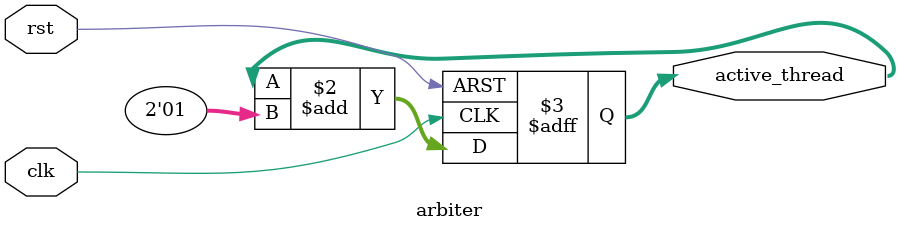
<source format=v>
module arbiter (
    input  wire       clk,
    input  wire       rst,          // Active-high reset
    output reg  [1:0] active_thread // 2-bit thread ID (0–3)
);

    // Round-robin thread selector
    always @(posedge clk or posedge rst) begin
        if (rst)
            active_thread <= 2'b00;       // Start from Thread 0
        else
            active_thread <= active_thread + 2'b01;
            // 2-bit overflow naturally wraps:
            // 00 → 01 → 10 → 11 → 00 → ...
    end

endmodule

</source>
